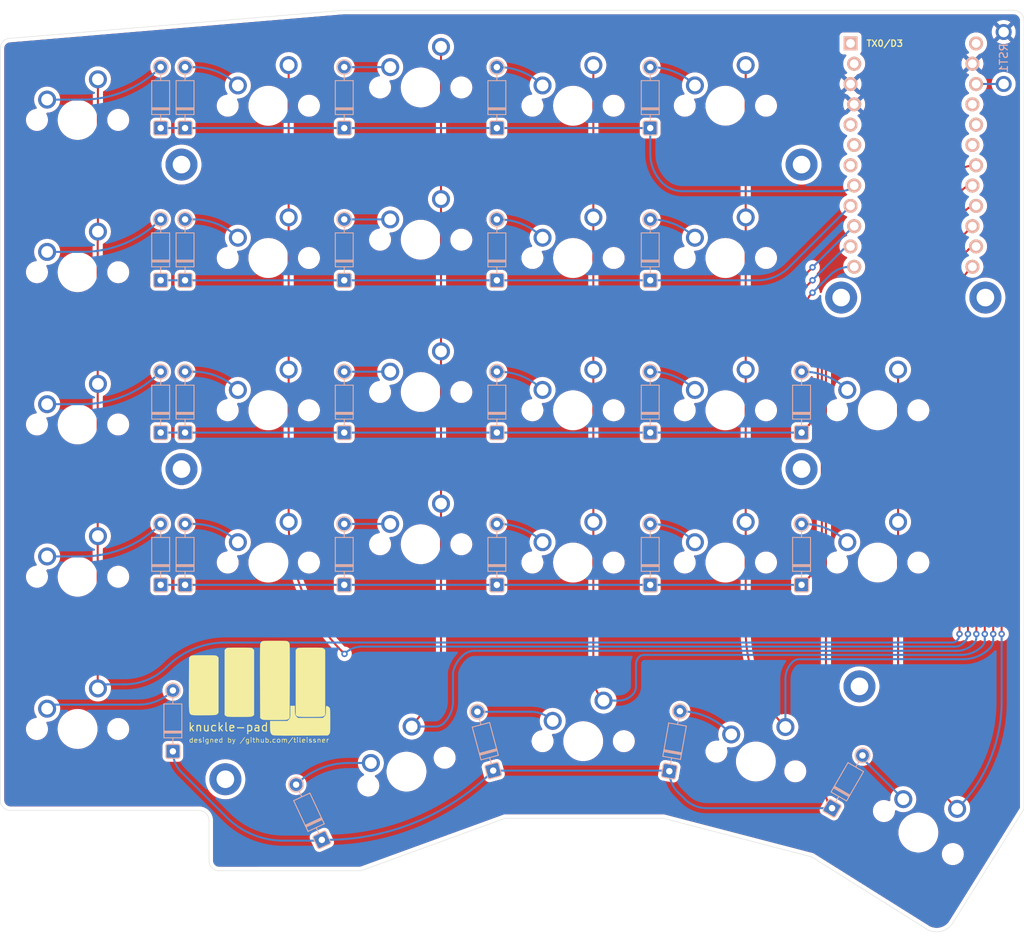
<source format=kicad_pcb>
(kicad_pcb (version 20210925) (generator pcbnew)
  (layers (0 "F.Cu" signal) (31 "B.Cu" signal) (34 "B.Paste" user) (35 "F.Paste" user) (36 "B.SilkS" user "B.Silkscreen") (37 "F.SilkS" user "F.Silkscreen") (38 "B.Mask" user) (39 "F.Mask" user) (44 "Edge.Cuts" user))
  (net 0 "")
  (net 3 "row0")
  (net 4 "Net-(D1-Pad2)")
  (net 5 "row1")
  (net 6 "Net-(D2-Pad2)")
  (net 7 "row2")
  (net 8 "Net-(D3-Pad2)")
  (net 9 "row3")
  (net 10 "Net-(D4-Pad2)")
  (net 11 "row4")
  (net 12 "Net-(D5-Pad2)")
  (net 13 "Net-(D6-Pad2)")
  (net 14 "Net-(D7-Pad2)")
  (net 15 "Net-(D8-Pad2)")
  (net 16 "Net-(D9-Pad2)")
  (net 17 "Net-(D10-Pad2)")
  (net 18 "Net-(D11-Pad2)")
  (net 19 "Net-(D12-Pad2)")
  (net 20 "Net-(D13-Pad2)")
  (net 21 "Net-(D14-Pad2)")
  (net 22 "Net-(D15-Pad2)")
  (net 23 "Net-(D16-Pad2)")
  (net 24 "Net-(D17-Pad2)")
  (net 25 "Net-(D18-Pad2)")
  (net 26 "Net-(D19-Pad2)")
  (net 27 "Net-(D20-Pad2)")
  (net 28 "Net-(D21-Pad2)")
  (net 29 "Net-(D22-Pad2)")
  (net 30 "Net-(D23-Pad2)")
  (net 31 "Net-(D24-Pad2)")
  (net 32 "Net-(D25-Pad2)")
  (net 33 "Net-(D26-Pad2)")
  (net 34 "Net-(D27-Pad2)")
  (net 35 "col0")
  (net 36 "col1")
  (net 37 "col2")
  (net 38 "col3")
  (net 39 "col4")
  (net 40 "col5")
  (net 41 "RST")
  (net 42 "GND")
  (net 43 "VCC")
  (footprint "Keebio-Parts:ArduinoProMicro-ZigZag" (layer "F.Cu") (at 195.453 51.897763 -90)
    (fp_text reference "U1" hide)
    (fp_text value "ProMicro" hide)
  )
  (footprint "MX_Only:MXOnly-1U-NoLED" (layer "F.Cu") (at 90.9574 47.498)
    (fp_text reference "SW1")
    (fp_text value "SW_Push")
  )
  (footprint "MX_Only:MXOnly-1U-NoLED" (layer "F.Cu") (at 90.9574 66.548)
    (fp_text reference "SW2")
    (fp_text value "SW_Push")
  )
  (footprint "MX_Only:MXOnly-1U-NoLED" (layer "F.Cu") (at 90.9574 85.598)
    (fp_text reference "SW3")
    (fp_text value "SW_Push")
  )
  (footprint "MX_Only:MXOnly-1U-NoLED" (layer "F.Cu") (at 90.9574 104.648)
    (fp_text reference "SW4")
    (fp_text value "SW_Push")
  )
  (footprint "MX_Only:MXOnly-1U-NoLED" (layer "F.Cu") (at 90.9574 123.698)
    (fp_text reference "SW5")
    (fp_text value "SW_Push")
  )
  (footprint "MX_Only:MXOnly-1U-NoLED" (layer "F.Cu") (at 114.808 45.72)
    (fp_text reference "SW6")
    (fp_text value "SW_Push")
  )
  (footprint "MX_Only:MXOnly-1U-NoLED" (layer "F.Cu") (at 114.808 64.77)
    (fp_text reference "SW7")
    (fp_text value "SW_Push")
  )
  (footprint "MX_Only:MXOnly-1U-NoLED" (layer "F.Cu") (at 114.808 83.82)
    (fp_text reference "SW8")
    (fp_text value "SW_Push")
  )
  (footprint "MX_Only:MXOnly-1U-NoLED" (layer "F.Cu") (at 114.808 102.87)
    (fp_text reference "SW9")
    (fp_text value "SW_Push")
  )
  (footprint "MX_Only:MXOnly-1U-NoLED" (layer "F.Cu") (at 133.858 43.434)
    (fp_text reference "SW10")
    (fp_text value "SW_Push")
  )
  (footprint "MX_Only:MXOnly-1U-NoLED" (layer "F.Cu") (at 133.858 62.484)
    (fp_text reference "SW11")
    (fp_text value "SW_Push")
  )
  (footprint "MX_Only:MXOnly-1U-NoLED" (layer "F.Cu") (at 133.858 81.534)
    (fp_text reference "SW12")
    (fp_text value "SW_Push")
  )
  (footprint "MX_Only:MXOnly-1U-NoLED" (layer "F.Cu") (at 133.858 100.584)
    (fp_text reference "SW13")
    (fp_text value "SW_Push")
  )
  (footprint "MX_Only:MXOnly-1U-NoLED" (layer "F.Cu") (at 132.08 129.032 20)
    (fp_text reference "SW14")
    (fp_text value "SW_Push")
  )
  (footprint "MX_Only:MXOnly-1U-NoLED" (layer "F.Cu") (at 152.908 45.72)
    (fp_text reference "SW15")
    (fp_text value "SW_Push")
  )
  (footprint "MX_Only:MXOnly-1U-NoLED" (layer "F.Cu") (at 152.908 64.77)
    (fp_text reference "SW16")
    (fp_text value "SW_Push")
  )
  (footprint "MX_Only:MXOnly-1U-NoLED" (layer "F.Cu") (at 152.908 83.82)
    (fp_text reference "SW17")
    (fp_text value "SW_Push")
  )
  (footprint "MX_Only:MXOnly-1U-NoLED" (layer "F.Cu") (at 152.908 102.87)
    (fp_text reference "SW18")
    (fp_text value "SW_Push")
  )
  (footprint "MX_Only:MXOnly-1U-NoLED" (layer "F.Cu") (at 154.178 125.222)
    (fp_text reference "SW19")
    (fp_text value "SW_Push")
  )
  (footprint "MX_Only:MXOnly-1U-NoLED" (layer "F.Cu") (at 171.958 45.72)
    (fp_text reference "SW20")
    (fp_text value "SW_Push")
  )
  (footprint "MX_Only:MXOnly-1U-NoLED" (layer "F.Cu") (at 171.958 64.77)
    (fp_text reference "SW21")
    (fp_text value "SW_Push")
  )
  (footprint "MX_Only:MXOnly-1U-NoLED" (layer "F.Cu") (at 171.958 83.82)
    (fp_text reference "SW22")
    (fp_text value "SW_Push")
  )
  (footprint "MX_Only:MXOnly-1U-NoLED" (layer "F.Cu") (at 171.958 102.87)
    (fp_text reference "SW23")
    (fp_text value "SW_Push")
  )
  (footprint "MX_Only:MXOnly-1U-NoLED" (layer "F.Cu") (at 175.768 127.762 -14)
    (fp_text reference "SW24")
    (fp_text value "SW_Push")
  )
  (footprint "MX_Only:MXOnly-1U-NoLED" (layer "F.Cu") (at 191.008 83.82)
    (fp_text reference "SW25")
    (fp_text value "SW_Push")
  )
  (footprint "MX_Only:MXOnly-1U-NoLED" (layer "F.Cu") (at 191.008 102.87)
    (fp_text reference "SW26")
    (fp_text value "SW_Push")
  )
  (footprint "MX_Only:MXOnly-1U-NoLED" (layer "F.Cu") (at 196.088 136.652 -32)
    (fp_text reference "SW27")
    (fp_text value "SW_Push")
  )
  (footprint "Hybrid-Switches:logo_fin" (layer "F.Cu") (at 113.6904 118.5672)
    (fp_text reference "G***" hide)
    (fp_text value "LOGO" hide)
  )
  (footprint "used_footprints:M2_HOLE_PCB" (layer "F.Cu") (at 103.9495 91.186)
    (fp_text reference "H2" hide)
    (fp_text value "Hole")
  )
  (footprint "used_footprints:M2_HOLE_PCB" (layer "F.Cu") (at 204.47 69.723)
    (fp_text reference "H8" hide)
    (fp_text value "Hole")
  )
  (footprint "used_footprints:M2_HOLE_PCB" (layer "F.Cu") (at 181.483 91.186)
    (fp_text reference "H5" hide)
    (fp_text value "Hole")
  )
  (footprint "used_footprints:M2_HOLE_PCB" (layer "F.Cu") (at 109.4359 129.9845)
    (fp_text reference "H3" hide)
    (fp_text value "Hole")
  )
  (footprint "used_footprints:M2_HOLE_PCB" (layer "F.Cu") (at 188.722 118.364)
    (fp_text reference "H6" hide)
    (fp_text value "Hole" hide)
  )
  (footprint "used_footprints:M2_HOLE_PCB" (layer "F.Cu") (at 181.483 53.086)
    (fp_text reference "H4" hide)
    (fp_text value "Hole")
  )
  (footprint "used_footprints:M2_HOLE_PCB" (layer "F.Cu") (at 186.436 69.723)
    (fp_text reference "H7" hide)
    (fp_text value "Hole")
  )
  (footprint "used_footprints:M2_HOLE_PCB" (layer "F.Cu") (at 103.9495 53.086)
    (fp_text reference "H1" hide)
    (fp_text value "Hole" hide)
  )
  (footprint "acheron_Components:D_THT_7.62mm" (layer "B.Cu") (at 101.346 44.704 90)
    (fp_text reference "D1")
    (fp_text value "D_Small")
  )
  (footprint "acheron_Components:D_THT_7.62mm" (layer "B.Cu") (at 101.346 63.751 90)
    (fp_text reference "D2")
    (fp_text value "D_Small")
  )
  (footprint "acheron_Components:D_THT_7.62mm" (layer "B.Cu") (at 101.346 82.804 90)
    (fp_text reference "D3")
    (fp_text value "D_Small")
  )
  (footprint "acheron_Components:D_THT_7.62mm" (layer "B.Cu") (at 101.346 101.854 90)
    (fp_text reference "D4")
    (fp_text value "D_Small")
  )
  (footprint "acheron_Components:D_THT_7.62mm" (layer "B.Cu") (at 102.87 122.682 90)
    (fp_text reference "D5")
    (fp_text value "D_Small")
  )
  (footprint "acheron_Components:D_THT_7.62mm" (layer "B.Cu") (at 104.394 44.704 90)
    (fp_text reference "D6")
    (fp_text value "D_Small")
  )
  (footprint "acheron_Components:D_THT_7.62mm" (layer "B.Cu") (at 104.394 63.754 90)
    (fp_text reference "D7")
    (fp_text value "D_Small")
  )
  (footprint "acheron_Components:D_THT_7.62mm" (layer "B.Cu") (at 104.394 82.804 90)
    (fp_text reference "D8")
    (fp_text value "D_Small")
  )
  (footprint "acheron_Components:D_THT_7.62mm" (layer "B.Cu") (at 104.394 101.854 90)
    (fp_text reference "D9")
    (fp_text value "D_Small")
  )
  (footprint "acheron_Components:D_THT_7.62mm" (layer "B.Cu") (at 124.3 44.704 90)
    (fp_text reference "D10")
    (fp_text value "D_Small")
  )
  (footprint "acheron_Components:D_THT_7.62mm" (layer "B.Cu") (at 124.3 63.754 90)
    (fp_text reference "D11")
    (fp_text value "D_Small")
  )
  (footprint "acheron_Components:D_THT_7.62mm" (layer "B.Cu") (at 124.3 82.804 90)
    (fp_text reference "D12")
    (fp_text value "D_Small")
  )
  (footprint "acheron_Components:D_THT_7.62mm" (layer "B.Cu") (at 124.3 101.854 90)
    (fp_text reference "D13")
    (fp_text value "D_Small")
  )
  (footprint "acheron_Components:D_THT_7.62mm" (layer "B.Cu") (at 119.888 134.112 115)
    (fp_text reference "D14")
    (fp_text value "D_Small")
  )
  (footprint "acheron_Components:D_THT_7.62mm" (layer "B.Cu") (at 143.383 44.704 90)
    (fp_text reference "D15")
    (fp_text value "D_Small")
  )
  (footprint "acheron_Components:D_THT_7.62mm" (layer "B.Cu") (at 143.383 63.754 90)
    (fp_text reference "D16")
    (fp_text value "D_Small")
  )
  (footprint "acheron_Components:D_THT_7.62mm" (layer "B.Cu") (at 143.383 82.804 90)
    (fp_text reference "D17")
    (fp_text value "D_Small")
  )
  (footprint "acheron_Components:D_THT_7.62mm" (layer "B.Cu") (at 143.383 101.854 90)
    (fp_text reference "D18")
    (fp_text value "D_Small")
  )
  (footprint "acheron_Components:D_THT_7.62mm" (layer "B.Cu") (at 141.937404 125.222 105)
    (fp_text reference "D19")
    (fp_text value "D_Small")
  )
  (footprint "acheron_Components:D_THT_7.62mm" (layer "B.Cu") (at 162.56 44.704 90)
    (fp_text reference "D20")
    (fp_text value "D_Small")
  )
  (footprint "acheron_Components:D_THT_7.62mm" (layer "B.Cu") (at 162.56 63.754 90)
    (fp_text reference "D21")
    (fp_text value "D_Small")
  )
  (footprint "acheron_Components:D_THT_7.62mm" (layer "B.Cu") (at 162.56 82.804 90)
    (fp_text reference "D22")
    (fp_text value "D_Small")
  )
  (footprint "acheron_Components:D_THT_7.62mm" (layer "B.Cu") (at 162.56 101.854 90)
    (fp_text reference "D23")
    (fp_text value "D_Small")
  )
  (footprint "acheron_Components:D_THT_7.62mm" (layer "B.Cu") (at 165.608 125.222 80)
    (fp_text reference "D24")
    (fp_text value "D_Small")
  )
  (footprint "acheron_Components:D_THT_7.62mm" (layer "B.Cu") (at 181.483 82.804 90)
    (fp_text reference "D25")
    (fp_text value "D_Small")
  )
  (footprint "acheron_Components:D_THT_7.62mm" (layer "B.Cu") (at 181.483 101.854 90)
    (fp_text reference "D26")
    (fp_text value "D_Small")
  )
  (footprint "acheron_Components:D_THT_7.62mm" (layer "B.Cu") (at 187.198 130.302 60)
    (fp_text reference "D27")
    (fp_text value "D_Small")
  )
  (footprint "used_footprints:Switch_Reset_THT" (layer "B.Cu") (at 206.756 39.751 -90)
    (fp_text reference "RST1")
    (fp_text value "SW_Push")
  )
  (gr_line (start 108.6612 141.431974) (end 126.3904 141.4272) (layer "Edge.Cuts") (width 0.05))
  (gr_line (start 82.5754 133.8834) (end 106.1212 133.8834) (layer "Edge.Cuts") (width 0.05))
  (gr_arc (start 207.9879 35.090098) (end 209.296 35.1282) (angle -90) (layer "Edge.Cuts") (width 0.05))
  (gr_line (start 81.28 132.6134) (end 81.28 38.5572) (layer "Edge.Cuts") (width 0.05))
  (gr_line (start 209.296 35.1282) (end 209.296 133.7056) (layer "Edge.Cuts") (width 0.05))
  (gr_arc (start 82.55 38.5572) (end 82.55 37.2872) (angle -90) (layer "Edge.Cuts") (width 0.05))
  (gr_line (start 126.3904 141.4272) (end 144.399 134.874) (layer "Edge.Cuts") (width 0.05))
  (gr_line (start 182.753 139.7) (end 196.981221 148.634894) (layer "Edge.Cuts") (width 0.05))
  (gr_line (start 124.2 33.782) (end 82.55 37.2872) (layer "Edge.Cuts") (width 0.05))
  (gr_arc (start 198.374001 146.685001) (end 200.406 147.955) (angle 93.53229458) (layer "Edge.Cuts") (width 0.05))
  (gr_line (start 164.211 134.874) (end 182.753 139.7) (layer "Edge.Cuts") (width 0.05))
  (gr_line (start 187.198 33.782) (end 208.026 33.782) (layer "Edge.Cuts") (width 0.05))
  (gr_line (start 124.2 33.782) (end 187.198 33.782) (layer "Edge.Cuts") (width 0.05))
  (gr_arc (start 106.1212 135.1534) (end 107.3912 135.1534) (angle -90) (layer "Edge.Cuts") (width 0.05))
  (gr_line (start 200.406 147.955) (end 209.296 133.7056) (layer "Edge.Cuts") (width 0.05))
  (gr_line (start 107.3912 135.1534) (end 107.3912 140.161974) (layer "Edge.Cuts") (width 0.05))
  (gr_line (start 144.399 134.874) (end 164.211 134.874) (layer "Edge.Cuts") (width 0.05))
  (gr_arc (start 108.6612 140.161974) (end 107.3912 140.161974) (angle -90) (layer "Edge.Cuts") (width 0.05))
  (gr_arc (start 82.5754 132.587746) (end 81.28 132.6134) (angle -88.86546718) (layer "Edge.Cuts") (width 0.05))
  (gr_text "designed by /github.com/tileissner" (at 113.6396 125.09754) (layer "F.SilkS") (effects (font (size 0.5842 0.6477) (thickness 0.0762))))
  (gr_text "knuckle-pad" (at 109.8042 123.46432) (layer "F.SilkS") (effects (font (size 1.0414 1.0414) (thickness 0.13335))))
  (segment (start 104.394 48.514) (end 124.3 48.514) (width 0.254) (layer "B.Cu") (net 3))
  (segment (start 143.383 48.514) (end 162.56 48.514) (width 0.254) (layer "B.Cu") (net 3))
  (segment (start 162.56 48.514) (end 162.56 51.692739) (width 0.254) (layer "B.Cu") (net 3))
  (segment (start 101.346 48.514) (end 104.394 48.514) (width 0.254) (layer "B.Cu") (net 3))
  (segment (start 124.3 48.514) (end 143.383 48.514) (width 0.254) (layer "B.Cu") (net 3))
  (segment (start 166.598162 56.4134) (end 186.358011 56.4134) (width 0.254) (layer "B.Cu") (net 3))
  (arc (start 164.084 55.372) (mid 165.237507 56.142749) (end 166.598162 56.4134) (width 0.254) (layer "B.Cu") (net 3))
  (arc (start 186.358011 56.4134) (mid 187.279986 56.230009) (end 188.0616 55.70775) (width 0.254) (layer "B.Cu") (net 3))
  (arc (start 162.56 51.692739) (mid 162.956074 53.68394) (end 164.084 55.372) (width 0.254) (layer "B.Cu") (net 3))
  (segment (start 87.1474 44.958) (end 91.534637 44.958) (width 0.254) (layer "B.Cu") (net 4))
  (arc (start 91.534637 44.958) (mid 96.844508 43.901801) (end 101.346 40.894) (width 0.254) (layer "B.Cu") (net 4))
  (segment (start 175.947734 67.564) (end 162.56 67.564) (width 0.254) (layer "B.Cu") (net 5))
  (segment (start 124.3 67.564) (end 143.383 67.564) (width 0.254) (layer "B.Cu") (net 5))
  (segment (start 187.594925 58.251674) (end 179.9336 65.913) (width 0.254) (layer "B.Cu") (net 5))
  (segment (start 143.383 67.564) (end 162.56 67.564) (width 0.254) (layer "B.Cu") (net 5))
  (segment (start 104.394 67.564) (end 124.3 67.564) (width 0.254) (layer "B.Cu") (net 5))
  (segment (start 101.346 67.561) (end 104.386758 67.561) (width 0.254) (layer "B.Cu") (net 5))
  (arc (start 104.386758 67.561) (mid 104.390677 67.561779) (end 104.394 67.564) (width 0.254) (layer "B.Cu") (net 5))
  (arc (start 179.9336 65.913) (mid 178.10487 67.134919) (end 175.947734 67.564) (width 0.254) (layer "B.Cu") (net 5))
  (segment (start 87.1474 64.008) (end 91.527394 64.008) (width 0.254) (layer "B.Cu") (net 6))
  (arc (start 91.527394 64.008) (mid 96.841185 62.951022) (end 101.346 59.941) (width 0.254) (layer "B.Cu") (net 6))
  (segment (start 181.102 69.003677) (end 181.102 71.374) (width 0.254) (layer "F.Cu") (net 7))
  (segment (start 183.515 74.88642) (end 183.515 82.55) (width 0.254) (layer "F.Cu") (net 7))
  (segment (start 181.371408 72.024408) (end 183.007 73.66) (width 0.254) (layer "F.Cu") (net 7))
  (segment (start 182.030203 66.762797) (end 182.8546 65.9384) (width 0.254) (layer "F.Cu") (net 7))
  (via (at 182.8546 65.9384) (size 0.8) (drill 0.4) (layers "F.Cu" "B.Cu") (net 7))
  (arc (start 181.102 71.374) (mid 181.172017 71.725999) (end 181.371408 72.024408) (width 0.254) (layer "F.Cu") (net 7))
  (arc (start 183.515 82.55) (mid 183.141577 84.427325) (end 182.078158 86.018842) (width 0.254) (layer "F.Cu") (net 7))
  (arc (start 183.007 73.66) (mid 183.382976 74.222687) (end 183.515 74.88642) (width 0.254) (layer "F.Cu") (net 7))
  (arc (start 181.102 69.003677) (mid 181.343232 67.790921) (end 182.030203 66.762797) (width 0.254) (layer "F.Cu") (net 7))
  (segment (start 162.56 86.614) (end 181.483 86.614) (width 0.254) (layer "B.Cu") (net 7))
  (segment (start 143.383 86.614) (end 162.56 86.614) (width 0.254) (layer "B.Cu") (net 7))
  (segment (start 182.8546 65.9384) (end 187.965404 60.827596) (width 0.254) (layer "B.Cu") (net 7))
  (segment (start 104.394 86.614) (end 124.3 86.614) (width 0.254) (layer "B.Cu") (net 7))
  (segment (start 124.3 86.614) (end 143.383 86.614) (width 0.254) (layer "B.Cu") (net 7))
  (segment (start 101.346 86.614) (end 104.394 86.614) (width 0.254) (layer "B.Cu") (net 7))
  (arc (start 187.965404 60.827596) (mid 188.009538 60.798106) (end 188.0616 60.78775) (width 0.254) (layer "B.Cu") (net 7))
  (segment (start 87.1474 83.058) (end 91.534637 83.058) (width 0.254) (layer "B.Cu") (net 8))
  (arc (start 91.534637 83.058) (mid 96.844508 82.001801) (end 101.346 78.994) (width 0.254) (layer "B.Cu") (net 8))
  (segment (start 183.394382 73.285382) (end 181.864 71.755) (width 0.254) (layer "F.Cu") (net 9))
  (segment (start 181.61 71.14179) (end 181.61 69.44721) (width 0.254) (layer "F.Cu") (net 9))
  (segment (start 182.079521 68.313679) (end 182.8292 67.564) (width 0.254) (layer "F.Cu") (net 9))
  (segment (start 184.023 100.457) (end 184.023 74.803) (width 0.254) (layer "F.Cu") (net 9))
  (via (at 182.8546 67.564) (size 0.8) (drill 0.4) (layers "F.Cu" "B.Cu") (net 9))
  (arc (start 181.61 69.44721) (mid 181.732025 68.833745) (end 182.079521 68.313679) (width 0.254) (layer "F.Cu") (net 9))
  (arc (start 181.864 71.755) (mid 181.676013 71.473658) (end 181.61 71.14179) (width 0.254) (layer "F.Cu") (net 9))
  (arc (start 184.023 74.803) (mid 183.859628 73.981671) (end 183.394382 73.285382) (width 0.254) (layer "F.Cu") (net 9))
  (arc (start 182.137146 105.009854) (mid 183.532883 102.920987) (end 184.023 100.457) (width 0.254) (layer "F.Cu") (net 9))
  (segment (start 182.8292 67.564) (end 186.684355 63.708845) (width 0.254) (layer "B.Cu") (net 9))
  (segment (start 124.3 105.664) (end 143.383 105.664) (width 0.254) (layer "B.Cu") (net 9))
  (segment (start 143.383 105.664) (end 162.56 105.664) (width 0.254) (layer "B.Cu") (net 9))
  (segment (start 104.394 105.664) (end 124.3 105.664) (width 0.254) (layer "B.Cu") (net 9))
  (segment (start 101.346 105.664) (end 104.394 105.664) (width 0.254) (layer "B.Cu") (net 9))
  (segment (start 162.56 105.664) (end 181.483 105.664) (width 0.254) (layer "B.Cu") (net 9))
  (arc (start 186.684355 63.708845) (mid 187.106475 63.426794) (end 187.6044 63.32775) (width 0.254) (layer "B.Cu") (net 9))
  (segment (start 87.1474 102.108) (end 91.534637 102.108) (width 0.254) (layer "B.Cu") (net 10))
  (arc (start 91.534637 102.108) (mid 96.844508 101.051801) (end 101.346 98.044) (width 0.254) (layer "B.Cu") (net 10))
  (segment (start 182.8546 69.1134) (end 182.61761 69.35039) (width 0.254) (layer "F.Cu") (net 11))
  (segment (start 183.901223 73.030223) (end 182.626 71.755) (width 0.254) (layer "F.Cu") (net 11))
  (segment (start 182.24681 70.81701) (end 182.24681 70.245577) (width 0.254) (layer "F.Cu") (net 11))
  (segment (start 182.24681 70.937419) (end 182.24681 70.81701) (width 0.254) (layer "F.Cu") (net 11))
  (segment (start 184.53052 131.760768) (end 184.53052 74.54948) (width 0.254) (layer "F.Cu") (net 11))
  (via (at 182.8546 69.1134) (size 0.8) (drill 0.4) (layers "F.Cu" "B.Cu") (net 11))
  (arc (start 185.293 133.601557) (mid 184.728681 132.756996) (end 184.53052 131.760768) (width 0.254) (layer "F.Cu") (net 11))
  (arc (start 182.24681 70.245577) (mid 182.343178 69.761105) (end 182.61761 69.35039) (width 0.254) (layer "F.Cu") (net 11))
  (arc (start 182.626 71.755) (mid 182.364489 71.379784) (end 182.24681 70.937419) (width 0.254) (layer "F.Cu") (net 11))
  (arc (start 184.53052 74.54948) (mid 184.366971 73.727264) (end 183.901223 73.030223) (width 0.254) (layer "F.Cu") (net 11))
  (segment (start 166.04615 131.629151) (end 166.878 132.461) (width 0.254) (layer "B.Cu") (net 11))
  (segment (start 121.498176 137.565033) (end 122.009521 137.565033) (width 0.254) (layer "B.Cu") (net 11))
  (segment (start 103.947631 129.09363) (end 107.95 133.096) (width 0.254) (layer "B.Cu") (net 11))
  (segment (start 107.95 133.096) (end 109.558515 134.704515) (width 0.254) (layer "B.Cu") (net 11))
  (segment (start 187.594993 65.86775) (end 188.0616 65.86775) (width 0.254) (layer "B.Cu") (net 11))
  (segment (start 142.923505 128.902177) (end 164.77272 128.902177) (width 0.254) (layer "B.Cu") (net 11))
  (segment (start 116.713 137.668) (end 121.249592 137.668) (width 0.254) (layer "B.Cu") (net 11))
  (segment (start 169.637446 133.604) (end 185.287103 133.604) (width 0.254) (layer "B.Cu") (net 11))
  (segment (start 185.043307 66.924693) (end 182.8546 69.1134) (width 0.254) (layer "B.Cu") (net 11))
  (arc (start 164.77272 128.902177) (mid 164.866715 128.920874) (end 164.9464 128.974118) (width 0.254) (layer "B.Cu") (net 11))
  (arc (start 102.87 126.492) (mid 103.150067 127.899992) (end 103.947631 129.09363) (width 0.254) (layer "B.Cu") (net 11))
  (arc (start 121.249592 137.668) (mid 121.384124 137.64124) (end 121.498176 137.565033) (width 0.254) (layer "B.Cu") (net 11))
  (arc (start 164.9464 128.974118) (mid 165.232216 130.411011) (end 166.04615 131.629151) (width 0.254) (layer "B.Cu") (net 11))
  (arc (start 185.287103 133.604) (mid 185.290294 133.603366) (end 185.293 133.601557) (width 0.254) (layer "B.Cu") (net 11))
  (arc (start 185.043307 66.924693) (mid 186.21403 66.142441) (end 187.594993 65.86775) (width 0.254) (layer "B.Cu") (net 11))
  (arc (start 109.558515 134.704515) (mid 112.84102 136.897815) (end 116.713 137.668) (width 0.254) (layer "B.Cu") (net 11))
  (arc (start 122.009521 137.565033) (mid 133.328087 135.313631) (end 142.923505 128.902177) (width 0.254) (layer "B.Cu") (net 11))
  (arc (start 166.878 132.461) (mid 168.144044 133.306944) (end 169.637446 133.604) (width 0.254) (layer "B.Cu") (net 11))
  (segment (start 87.122 120.65) (end 98.577529 120.65) (width 0.254) (layer "B.Cu") (net 12))
  (arc (start 98.577529 120.65) (mid 100.900597 120.187913) (end 102.87 118.872) (width 0.254) (layer "B.Cu") (net 12))
  (segment (start 104.394 40.894) (end 105.479108 40.894) (width 0.254) (layer "B.Cu") (net 13))
  (arc (start 105.479108 40.894) (mid 108.46591 41.488112) (end 110.998 43.18) (width 0.254) (layer "B.Cu") (net 13))
  (segment (start 104.394 59.944) (end 105.479108 59.944) (width 0.254) (layer "B.Cu") (net 14))
  (arc (start 105.479108 59.944) (mid 108.46591 60.538112) (end 110.998 62.23) (width 0.254) (layer "B.Cu") (net 14))
  (segment (start 104.394 78.994) (end 105.479108 78.994) (width 0.254) (layer "B.Cu") (net 15))
  (arc (start 105.479108 78.994) (mid 108.46591 79.588112) (end 110.998 81.28) (width 0.254) (layer "B.Cu") (net 15))
  (segment (start 104.394 98.044) (end 105.479108 98.044) (width 0.254) (layer "B.Cu") (net 16))
  (arc (start 105.479108 98.044) (mid 108.46591 98.638112) (end 110.998 100.33) (width 0.254) (layer "B.Cu") (net 16))
  (segment (start 124.3 40.894) (end 130.048 40.894) (width 0.254) (layer "B.Cu") (net 17))
  (segment (start 124.3 59.944) (end 130.048 59.944) (width 0.254) (layer "B.Cu") (net 18))
  (segment (start 124.3 78.994) (end 130.048 78.994) (width 0.254) (layer "B.Cu") (net 19))
  (segment (start 124.3 98.044) (end 130.048 98.044) (width 0.254) (layer "B.Cu") (net 20))
  (segment (start 127.50404 127.948277) (end 124.822008 127.948277) (width 0.254) (layer "B.Cu") (net 21))
  (arc (start 124.822008 127.948277) (mid 121.280322 128.652761) (end 118.277824 130.658967) (width 0.254) (layer "B.Cu") (net 21))
  (segment (start 143.383 40.894) (end 143.579108 40.894) (width 0.254) (layer "B.Cu") (net 22))
  (arc (start 143.579108 40.894) (mid 146.56591 41.488112) (end 149.098 43.18) (width 0.254) (layer "B.Cu") (net 22))
  (segment (start 143.383 59.944) (end 143.579108 59.944) (width 0.254) (layer "B.Cu") (net 23))
  (arc (start 143.579108 59.944) (mid 146.56591 60.538112) (end 149.098 62.23) (width 0.254) (layer "B.Cu") (net 23))
  (segment (start 143.383 78.994) (end 143.579108 78.994) (width 0.254) (layer "B.Cu") (net 24))
  (arc (start 143.579108 78.994) (mid 146.56591 79.588112) (end 149.098 81.28) (width 0.254) (layer "B.Cu") (net 24))
  (segment (start 143.383 98.044) (end 143.579108 98.044) (width 0.254) (layer "B.Cu") (net 25))
  (arc (start 143.579108 98.044) (mid 146.56591 98.638112) (end 149.098 100.33) (width 0.254) (layer "B.Cu") (net 25))
  (segment (start 140.951303 121.541823) (end 147.61537 121.541823) (width 0.254) (layer "B.Cu") (net 26))
  (arc (start 147.61537 121.541823) (mid 149.105082 121.838145) (end 150.368 122.682) (width 0.254) (layer "B.Cu") (net 26))
  (segment (start 162.56 40.894) (end 162.629108 40.894) (width 0.254) (layer "B.Cu") (net 27))
  (arc (start 162.629108 40.894) (mid 165.61591 41.488112) (end 168.148 43.18) (width 0.254) (layer "B.Cu") (net 27))
  (segment (start 162.56 59.944) (end 162.629108 59.944) (width 0.254) (layer "B.Cu") (net 28))
  (arc (start 162.629108 59.944) (mid 165.61591 60.538112) (end 168.148 62.23) (width 0.254) (layer "B.Cu") (net 28))
  (segment (start 162.56 78.994) (end 162.629108 78.994) (width 0.254) (layer "B.Cu") (net 29))
  (arc (start 162.629108 78.994) (mid 165.61591 79.588112) (end 168.148 81.28) (width 0.254) (layer "B.Cu") (net 29))
  (segment (start 162.56 98.044) (end 162.629108 98.044) (width 0.254) (layer "B.Cu") (net 30))
  (arc (start 162.629108 98.044) (mid 165.61591 98.638112) (end 168.148 100.33) (width 0.254) (layer "B.Cu") (net 30))
  (segment (start 172.261905 123.951976) (end 172.685655 124.375726) (width 0.254) (layer "B.Cu") (net 31))
  (arc (start 166.2696 121.469882) (mid 169.512612 122.114957) (end 172.261905 123.951976) (width 0.254) (layer "B.Cu") (net 31))
  (segment (start 181.483 78.994) (end 181.679108 78.994) (width 0.254) (layer "B.Cu") (net 32))
  (arc (start 181.679108 78.994) (mid 184.66591 79.588112) (end 187.198 81.28) (width 0.254) (layer "B.Cu") (net 32))
  (segment (start 181.483 98.044) (end 181.679108 98.044) (width 0.254) (layer "B.Cu") (net 33))
  (arc (start 181.679108 98.044) (mid 184.66591 98.638112) (end 187.198 100.33) (width 0.254) (layer "B.Cu") (net 33))
  (segment (start 189.369289 127.645323) (end 194.202932 132.478965) (width 0.254) (layer "B.Cu") (net 34))
  (arc (start 189.103 127.002443) (mid 189.172206 127.350367) (end 189.369289 127.645323) (width 0.254) (layer "B.Cu") (net 34))
  (segment (start 199.2884 55.4482) (end 200.34361 54.39299) (width 0.254) (layer "F.Cu") (net 35))
  (segment (start 195.58 69.226707) (end 195.58 61.0616) (width 0.254) (layer "F.Cu") (net 35))
  (segment (start 93.472 80.01) (end 93.472 99.06) (width 0.254) (layer "F.Cu") (net 35))
  (segment (start 196.927038 57.809561) (end 199.2884 55.4482) (width 0.254) (layer "F.Cu") (net 35))
  (segment (start 93.472 60.96) (end 93.472 80.01) (width 0.254) (layer "F.Cu") (net 35))
  (segment (start 93.4974 41.91) (end 93.4974 60.898679) (width 0.254) (layer "F.Cu") (net 35))
  (segment (start 93.472 99.06) (end 93.472 118.11) (width 0.254) (layer "F.Cu") (net 35))
  (segment (start 199.475141 74.989742) (end 196.9008 72.4154) (width 0.254) (layer "F.Cu") (net 35))
  (segment (start 201.23211 79.231439) (end 201.23211 111.8108) (width 0.254) (layer "F.Cu") (net 35))
  (via (at 201.23211 111.8108) (size 0.8) (drill 0.4) (layers "F.Cu" "B.Cu") (net 35))
  (arc (start 195.58 61.0616) (mid 195.930084 59.301609) (end 196.927038 57.809561) (width 0.254) (layer "F.Cu") (net 35))
  (arc (start 201.23211 79.231439) (mid 200.775489 76.935849) (end 199.475141 74.989742) (width 0.254) (layer "F.Cu") (net 35))
  (arc (start 200.34361 54.39299) (mid 201.700747 53.48618) (end 203.3016 53.16775) (width 0.254) (layer "F.Cu") (net 35))
  (arc (start 196.9008 72.4154) (mid 195.923265 70.952416) (end 195.58 69.226707) (width 0.254) (layer "F.Cu") (net 35))
  (arc (start 93.4974 60.898679) (mid 93.490799 60.931865) (end 93.472 60.96) (width 0.254) (layer "F.Cu") (net 35))
  (segment (start 201.23211 111.8108) (end 201.23211 111.855615) (width 0.254) (layer "B.Cu") (net 35))
  (segment (start 200.30079 112.8776) (end 109.466522 112.8776) (width 0.254) (layer "B.Cu") (net 35))
  (segment (start 96.834392 118.11) (end 94.72382 118.11) (width 0.254) (layer "B.Cu") (net 35))
  (arc (start 201.23211 111.855615) (mid 201.149436 112.271246) (end 200.914 112.6236) (width 0.254) (layer "B.Cu") (net 35))
  (arc (start 109.466522 112.8776) (mid 105.484118 113.66975) (end 102.108 115.9256) (width 0.254) (layer "B.Cu") (net 35))
  (arc (start 94.72382 118.11) (mid 94.060087 118.242024) (end 93.4974 118.618) (width 0.254) (layer "B.Cu") (net 35))
  (arc (start 200.914 112.6236) (mid 200.632656 112.811588) (end 200.30079 112.8776) (width 0.254) (layer "B.Cu") (net 35))
  (arc (start 102.108 115.9256) (mid 99.688448 117.542293) (end 96.834392 118.11) (width 0.254) (layer "B.Cu") (net 35))
  (segment (start 117.348 59.69) (end 117.348 78.74) (width 0.254) (layer "F.Cu") (net 36))
  (segment (start 200.429433 74.750233) (end 199.0598 73.3806) (width 0.254) (layer "F.Cu") (net 36))
  (segment (start 117.348 78.74) (end 117.348 97.79) (width 0.254) (layer "F.Cu") (net 36))
  (segment (start 198.92598 58.90942) (end 201.620831 56.214569) (width 0.254) (layer "F.Cu") (net 36))
  (segment (start 202.285613 111.8108) (end 202.285613 79.231448) (width 0.254) (layer "F.Cu") (net 36))
  (segment (start 196.8246 67.98435) (end 196.8246 63.9826) (width 0.254) (layer "F.Cu") (net 36))
  (segment (start 117.348 40.64) (end 117.348 59.69) (width 0.254) (layer "F.Cu") (net 36))
  (segment (start 124.083192 114.050192) (end 124.333 114.3) (width 0.254) (layer "F.Cu") (net 36))
  (via (at 124.333 114.3) (size 0.8) (drill 0.4) (layers "F.Cu" "B.Cu") (net 36))
  (via (at 202.285613 111.8108) (size 0.8) (drill 0.4) (layers "F.Cu" "B.Cu") (net 36))
  (arc (start 201.620831 56.214569) (mid 202.182208 55.839469) (end 202.8444 55.70775) (width 0.254) (layer "F.Cu") (net 36))
  (arc (start 202.285613 79.231448) (mid 201.803208 76.806232) (end 200.429433 74.750233) (width 0.254) (layer "F.Cu") (net 36))
  (arc (start 117.348 97.79) (mid 119.098419 106.589952) (end 124.083192 114.050192) (width 0.254) (layer "F.Cu") (net 36))
  (arc (start 199.0598 73.3806) (mid 197.40551 70.90478) (end 196.8246 67.98435) (width 0.254) (layer "F.Cu") (net 36))
  (arc (start 196.8246 63.9826) (mid 197.370731 61.237015) (end 198.92598 58.90942) (width 0.254) (layer "F.Cu") (net 36))
  (segment (start 126.492 113.387499) (end 200.69028 113.387499) (width 0.254) (layer "B.Cu") (net 36))
  (segment (start 201.676 112.9792) (end 201.89049 112.76471) (width 0.254) (layer "B.Cu") (net 36))
  (segment (start 124.333 114.3) (end 124.364093 114.268907) (width 0.254) (layer "B.Cu") (net 36))
  (arc (start 124.364093 114.268907) (mid 125.340384 113.61657) (end 126.492 113.387499) (width 0.254) (layer "B.Cu") (net 36))
  (arc (start 201.89049 112.76471) (mid 202.182924 112.327053) (end 202.285613 111.8108) (width 0.254) (layer "B.Cu") (net 36))
  (arc (start 200.69028 113.387499) (mid 201.223748 113.281387) (end 201.676 112.9792) (width 0.254) (layer "B.Cu") (net 36))
  (segment (start 197.7644 68.284045) (end 197.7644 66.20208) (width 0.254) (layer "F.Cu") (net 37))
  (segment (start 203.339116 79.231439) (end 203.339116 111.8108) (width 0.254) (layer "F.Cu") (net 37))
  (segment (start 201.419658 74.597459) (end 199.644 72.8218) (width 0.254) (layer "F.Cu") (net 37))
  (segment (start 136.398 57.404) (end 136.398 76.454) (width 0.254) (layer "F.Cu") (net 37))
  (segment (start 201.7522 59.055) (end 202.034635 58.772565) (width 0.254) (layer "F.Cu") (net 37))
  (segment (start 136.398 114.226138) (end 136.398 95.504) (width 0.254) (layer "F.Cu") (net 37))
  (segment (start 136.398 38.354) (end 136.398 57.404) (width 0.254) (layer "F.Cu") (net 37))
  (segment (start 136.398 76.454) (end 136.398 95.504) (width 0.254) (layer "F.Cu") (net 37))
  (segment (start 199.998352 60.808846) (end 201.7522 59.055) (width 0.254) (layer "F.Cu") (net 37))
  (via (at 203.339116 111.8108) (size 0.8) (drill 0.4) (layers "F.Cu" "B.Cu") (net 37))
  (arc (start 197.7644 66.20208) (mid 198.344985 63.283282) (end 199.998352 60.808846) (width 0.254) (layer "F.Cu") (net 37))
  (arc (start 199.644 72.8218) (mid 198.252893 70.739861) (end 197.7644 68.284045) (width 0.254) (layer "F.Cu") (net 37))
  (arc (start 203.339116 79.231439) (mid 202.840265 76.723547) (end 201.419658 74.597459) (width 0.254) (layer "F.Cu") (net 37))
  (arc (start 202.034635 58.772565) (mid 202.615945 58.384146) (end 203.3016 58.24775) (width 0.254) (layer "F.Cu") (net 37))
  (arc (start 132.602357 123.38963) (mid 135.411544 119.185385) (end 136.398 114.226138) (width 0.254) (layer "F.Cu") (net 37))
  (segment (start 135.683841 123.38963) (end 132.602357 123.38963) (width 0.254) (layer "B.Cu") (net 37))
  (segment (start 138.977003 114.641998) (end 139.065 114.554) (width 0.254) (layer "B.Cu") (net 37))
  (segment (start 137.899049 116.622134) (end 137.899049 120.231963) (width 0.254) (layer "B.Cu") (net 37))
  (segment (start 140.598025 113.919) (end 200.850565 113.919) (width 0.254) (layer "B.Cu") (net 37))
  (arc (start 137.899049 120.231963) (mid 137.607958 121.695377) (end 136.779 122.936) (width 0.254) (layer "B.Cu") (net 37))
  (arc (start 139.065 114.554) (mid 139.768357 114.084031) (end 140.598025 113.919) (width 0.254) (layer "B.Cu") (net 37))
  (arc (start 137.899049 116.622134) (mid 138.294461 115.553677) (end 138.977003 114.641998) (width 0.254) (layer "B.Cu") (net 37))
  (arc (start 202.9968 113.03) (mid 203.250151 112.650835) (end 203.339116 112.203577) (width 0.254) (layer "B.Cu") (net 37))
  (arc (start 136.779 122.936) (mid 136.276538 123.271735) (end 135.683841 123.38963) (width 0.254) (layer "B.Cu") (net 37))
  (arc (start 200.850565 113.919) (mid 202.012099 113.687957) (end 202.9968 113.03) (width 0.254) (layer "B.Cu") (net 37))
  (segment (start 204.392632 111.810769) (end 204.392632 78.741409) (width 0.254) (layer "F.Cu") (net 38))
  (segment (start 200.569445 63.062705) (end 202.8444 60.78775) (width 0.254) (layer "F.Cu") (net 38))
  (segment (start 155.448 59.69) (end 155.448 78.74) (width 0.254) (layer "F.Cu") (net 38))
  (segment (start 155.448 97.79) (end 155.448 117.075949) (width 0.254) (layer "F.Cu") (net 38))
  (segment (start 155.448 40.64) (end 155.448 59.69) (width 0.254) (layer "F.Cu") (net 38))
  (segment (start 155.448 78.74) (end 155.448 97.79) (width 0.254) (layer "F.Cu") (net 38))
  (segment (start 202.6666 74.5744) (end 201.291791 73.199591) (width 0.254) (layer "F.Cu") (net 38))
  (via (at 204.392619 111.8108) (size 0.8) (drill 0.4) (layers "F.Cu" "B.Cu") (net 38))
  (arc (start 201.291791 73.199591) (mid 199.470687 70.474117) (end 198.8312 67.2592) (width 0.254) (layer "F.Cu") (net 38))
  (arc (start 204.392632 78.741409) (mid 203.944051 76.48624) (end 202.6666 74.5744) (width 0.254) (layer "F.Cu") (net 38))
  (arc (start 198.8312 67.2592) (mid 199.282955 64.988073) (end 200.569445 63.062705) (width 0.254) (layer "F.Cu") (net 38))
  (arc (start 204.392619 111.8108) (mid 204.392629 111.810785) (end 204.392632 111.810769) (width 0.254) (layer "F.Cu") (net 38))
  (arc (start 155.448 117.075949) (mid 155.778061 118.735283) (end 156.718 120.142) (width 0.254) (layer "F.Cu") (net 38))
  (segment (start 204.392619 112.540478) (end 204.392619 111.8108) (width 0.254) (layer "B.Cu") (net 38))
  (segment (start 161.77621 114.427) (end 201.426796 114.427) (width 0.254) (layer "B.Cu") (net 38))
  (segment (start 160.782 118.327022) (end 160.782 115.600815) (width 0.254) (layer "B.Cu") (net 38))
  (segment (start 158.607812 120.142) (end 156.718 120.142) (width 0.254) (layer "B.Cu") (net 38))
  (arc (start 161.163 114.681) (mid 161.444342 114.493013) (end 161.77621 114.427) (width 0.254) (layer "B.Cu") (net 38))
  (arc (start 160.3248 119.4308) (mid 160.663178 118.924383) (end 160.782 118.327022) (width 0.254) (layer "B.Cu") (net 38))
  (arc (start 204.0636 113.3348) (mid 204.30711 112.970363) (end 204.392619 112.540478) (width 0.254) (layer "B.Cu") (net 38))
  (arc (start 158.607812 120.142) (mid 159.537039 119.957166) (end 160.3248 119.4308) (width 0.254) (layer "B.Cu") (net 38))
  (arc (start 160.782 115.600815) (mid 160.881019 115.103015) (end 161.163 114.681) (width 0.254) (layer "B.Cu") (net 38))
  (arc (start 201.426796 114.427) (mid 202.853824 114.143146) (end 204.0636 113.3348) (width 0.254) (layer "B.Cu") (net 38))
  (segment (start 200.025 67.945) (end 200.025 67.836051) (width 0.254) (layer "F.Cu") (net 39))
  (segment (start 174.498 59.69) (end 174.498 78.74) (width 0.254) (layer "F.Cu") (net 39))
  (segment (start 201.295 64.77) (end 202.338194 63.726806) (width 0.254) (layer "F.Cu") (net 39))
  (segment (start 203.18457 73.771571) (end 202.057 72.644) (width 0.254) (layer "F.Cu") (net 39))
  (segment (start 174.498 78.74) (end 174.498 97.79) (width 0.254) (layer "F.Cu") (net 39))
  (segment (start 202.057 72.644) (end 201.910854 72.497854) (width 0.254) (layer "F.Cu") (net 39))
  (segment (start 205.446122 79.231439) (end 205.446122 111.8108) (width 0.254) (layer "F.Cu") (net 39))
  (segment (start 174.498 40.64) (end 174.498 59.69) (width 0.254) (layer "F.Cu") (net 39))
  (segment (start 174.498 97.79) (end 174.498 111.464397) (width 0.254) (layer "F.Cu") (net 39))
  (via (at 205.446122 111.8108) (size 0.8) (drill 0.4) (layers "F.Cu" "B.Cu") (net 39))
  (arc (start 202.338194 63.726806) (mid 202.780208 63.431462) (end 203.3016 63.32775) (width 0.254) (layer "F.Cu") (net 39))
  (arc (start 205.446122 79.231439) (mid 204.858364 76.276579) (end 203.18457 73.771571) (width 0.254) (layer "F.Cu") (net 39))
  (arc (start 201.910854 72.497854) (mid 200.515118 70.408988) (end 200.025 67.945) (width 0.254) (layer "F.Cu") (net 39))
  (arc (start 200.025 67.836051) (mid 200.355062 66.176717) (end 201.295 64.77) (width 0.254) (layer "F.Cu") (net 39))
  (arc (start 174.498 111.464397) (mid 175.787975 117.94954) (end 179.461514 123.447379) (width 0.254) (layer "F.Cu") (net 39))
  (segment (start 179.461514 117.436852) (end 179.461514 123.447379) (width 0.254) (layer "B.Cu") (net 39))
  (segment (start 181.198494 114.9604) (end 201.717465 114.9604) (width 0.254) (layer "B.Cu") (net 39))
  (segment (start 205.446122 112.581296) (end 205.446122 111.8108) (width 0.254) (layer "B.Cu") (net 39))
  (arc (start 180.34 115.316) (mid 180.733881 115.052818) (end 181.198494 114.9604) (width 0.254) (layer "B.Cu") (net 39))
  (arc (start 205.0288 113.5888) (mid 205.337663 113.126554) (end 205.446122 112.581296) (width 0.254) (layer "B.Cu") (net 39))
  (arc (start 201.717465 114.9604) (mid 203.509546 114.603933) (end 205.0288 113.5888) (width 0.254) (layer "B.Cu") (net 39))
  (arc (start 179.461514 117.436852) (mid 179.689825 116.289056) (end 180.34 115.316) (width 0.254) (layer "B.Cu") (net 39))
  (segment (start 206.499625 79.23147) (end 206.499625 111.8108) (width 0.254) (layer "F.Cu") (net 40))
  (segment (start 202.372631 71.562631) (end 203.581 72.771) (width 0.254) (layer "F.Cu") (net 40))
  (segment (start 203.581 72.771) (end 203.995163 73.185164) (width 0.254) (layer "F.Cu") (net 40))
  (segment (start 193.548 78.74) (end 193.548 97.79) (width 0.254) (layer "F.Cu") (net 40))
  (segment (start 202.8444 65.86775) (end 202.386667 66.325483) (width 0.254) (layer "F.Cu") (net 40))
  (segment (start 193.548 97.79) (end 193.548 115.858453) (width 0.254) (layer "F.Cu") (net 40))
  (via (at 206.499625 111.8108) (size 0.8) (drill 0.4) (layers "F.Cu" "B.Cu") (net 40))
  (arc (start 193.548 115.858453) (mid 195.467567 125.508768) (end 200.934032 133.689911) (width 0.254) (layer "F.Cu") (net 40))
  (arc (start 202.386667 66.325483) (mid 201.578715 67.534668) (end 201.295 68.961) (width 0.254) (layer "F.Cu") (net 40))
  (arc (start 201.295 68.961) (mid 201.575068 70.368993) (end 202.372631 71.562631) (width 0.254) (layer "F.Cu") (net 40))
  (arc (start 203.995163 73.185164) (mid 205.848736 75.959233) (end 206.499625 79.23147) (width 0.254) (layer "F.Cu") (net 40))
  (segment (start 206.499625 111.8108) (end 206.499625 120.253381) (width 0.254) (layer "B.Cu") (net 40))
  (arc (start 206.499625 120.253381) (mid 205.053175 127.525178) (end 200.934032 133.689911) (width 0.254) (layer "B.Cu") (net 40))
  (segment (start 206.756 43.001) (end 203.308363 43.001) (width 0.254) (layer "B.Cu") (net 41))
  (segment (start 203.308363 43.001) (end 203.3016 43.007763) (width 0.254) (layer "B.Cu") (net 41))
  (zone (net 42) (net_name "GND") (layers F&B.Cu) (connect_pads (clearance 0.508)) (min_thickness 0.254) (fill yes (thermal_gap 0.508) (thermal_bridge_width 0.508))
    (polygon (pts (xy 208.3816 33.8328) (xy 208.6356 33.9598) (xy 208.8388 34.1122) (xy 209.0674 34.3662) (xy 209.1944 34.5694) (xy 209.296 34.9758) (xy 209.296 133.7056) (xy 201.6252 145.9992) (xy 200.4822 147.828) (xy 200.3298 148.082) (xy 200.152 148.3106) (xy 199.8218 148.59) (xy 199.6694 148.6916) (xy 199.2884 148.8948) (xy 198.7042 149.0726) (xy 198.2724 149.0726) (xy 197.739 148.9964) (xy 197.2818 148.8186) (xy 182.753 139.7) (xy 164.211 134.874) (xy 144.399 134.874) (xy 126.3904 141.4272) (xy 108.6104 141.4272) (xy 108.3056 141.3764) (xy 108.077 141.3002) (xy 107.8992 141.1732) (xy 107.6706 140.97) (xy 107.4928 140.6652) (xy 107.3912 140.3096) (xy 107.3912 135.0264) (xy 107.2642 134.5946) (xy 107.1118 134.3406) (xy 106.807 134.0866) (xy 106.4768 133.9342) (xy 106.1466 133.8834) (xy 82.4738 133.8834) (xy 82.1182 133.8072) (xy 81.8388 133.6548) (xy 81.661 133.5024) (xy 81.4832 133.2992) (xy 81.3562 133.0706) (xy 81.28 132.6388) (xy 81.28 38.5064) (xy 81.3054 38.2778) (xy 81.4832 37.8714) (xy 81.7118 37.6174) (xy 82.042 37.3888) (xy 82.3722 37.3126) (xy 124.2314 33.782) (xy 208.0768 33.782)))
  )
)
</source>
